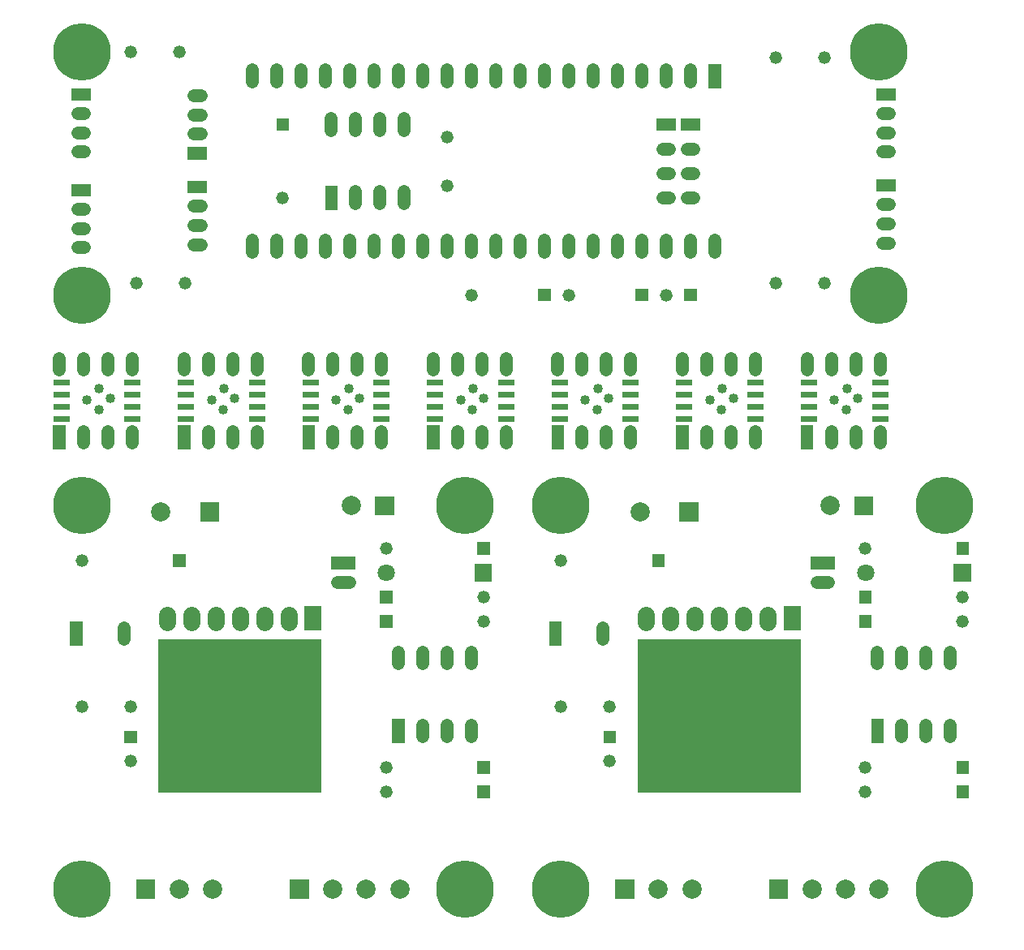
<source format=gts>
%FSLAX24Y24*%
%MOIN*%
%ADD10C,0.0400*%
%ADD11C,0.0520*%
%ADD12C,0.0700*%
%ADD13C,0.0709*%
%ADD14C,0.0787*%
%ADD15C,0.2362*%
D10*
G01X2211Y22091D03*
X2722Y22570D03*
X3165Y22171D03*
X2693Y21685D03*
X7329Y22091D03*
X7840Y22570D03*
X8283Y22171D03*
X7811Y21685D03*
X12448Y22091D03*
X12958Y22570D03*
X13402Y22171D03*
X12929Y21685D03*
X17566Y22091D03*
X18076Y22570D03*
X18520Y22171D03*
X18047Y21685D03*
X22684Y22091D03*
X23194Y22570D03*
X23638Y22171D03*
X23165Y21685D03*
X27802Y22091D03*
X28312Y22570D03*
X28756Y22171D03*
X28283Y21685D03*
X32920Y22091D03*
X33430Y22570D03*
X33874Y22171D03*
X33402Y21685D03*
D11*
G01X3734Y12260D02*
X3734Y12740D01*
X2000Y9500D03*
X4000Y9500D03*
X14500Y7000D03*
X14500Y6000D03*
X15000Y11740D02*
X15000Y11260D01*
X18000Y8740D02*
X18000Y8260D01*
X18000Y11740D02*
X18000Y11260D01*
X16000Y11740D02*
X16000Y11260D01*
X17000Y11740D02*
X17000Y11260D01*
X16000Y8740D02*
X16000Y8260D01*
X17000Y8740D02*
X17000Y8260D01*
X18500Y14000D03*
X18500Y13000D03*
X2000Y15500D03*
X14500Y16000D03*
X4000Y7250D03*
X12510Y14606D02*
X12990Y14606D01*
X23419Y12260D02*
X23419Y12740D01*
X21685Y9500D03*
X23685Y9500D03*
X34185Y7000D03*
X34185Y6000D03*
X34685Y11740D02*
X34685Y11260D01*
X37685Y8740D02*
X37685Y8260D01*
X37685Y11740D02*
X37685Y11260D01*
X35685Y11740D02*
X35685Y11260D01*
X36685Y11740D02*
X36685Y11260D01*
X35685Y8740D02*
X35685Y8260D01*
X36685Y8740D02*
X36685Y8260D01*
X38185Y14000D03*
X38185Y13000D03*
X21685Y15500D03*
X34185Y16000D03*
X23685Y7250D03*
X32195Y14606D02*
X32675Y14606D01*
X22000Y35169D02*
X22000Y35649D01*
X14000Y35169D02*
X14000Y35649D01*
X20000Y28169D02*
X20000Y28649D01*
X13000Y28169D02*
X13000Y28649D01*
X11000Y28169D02*
X11000Y28649D01*
X27000Y35169D02*
X27000Y35649D01*
X22000Y28169D02*
X22000Y28649D01*
X21000Y28169D02*
X21000Y28649D01*
X23000Y28169D02*
X23000Y28649D01*
X16000Y28169D02*
X16000Y28649D01*
X25000Y35169D02*
X25000Y35649D01*
X18000Y28169D02*
X18000Y28649D01*
X26000Y35169D02*
X26000Y35649D01*
X12000Y28169D02*
X12000Y28649D01*
X23000Y35169D02*
X23000Y35649D01*
X15000Y28169D02*
X15000Y28649D01*
X20000Y35169D02*
X20000Y35649D01*
X16000Y35169D02*
X16000Y35649D01*
X17000Y35169D02*
X17000Y35649D01*
X25000Y28169D02*
X25000Y28649D01*
X21000Y35169D02*
X21000Y35649D01*
X28000Y28169D02*
X28000Y28649D01*
X19000Y28169D02*
X19000Y28649D01*
X12000Y35169D02*
X12000Y35649D01*
X9000Y28169D02*
X9000Y28649D01*
X17000Y28169D02*
X17000Y28649D01*
X24000Y35169D02*
X24000Y35649D01*
X15000Y35169D02*
X15000Y35649D01*
X26000Y28169D02*
X26000Y28649D01*
X14000Y28169D02*
X14000Y28649D01*
X11000Y35169D02*
X11000Y35649D01*
X18000Y35169D02*
X18000Y35649D01*
X19000Y35169D02*
X19000Y35649D01*
X9000Y35169D02*
X9000Y35649D01*
X24000Y28169D02*
X24000Y28649D01*
X13000Y35169D02*
X13000Y35649D01*
X27000Y28169D02*
X27000Y28649D01*
X10000Y28169D02*
X10000Y28649D01*
X10000Y35169D02*
X10000Y35649D01*
X2109Y33858D02*
X1829Y33858D01*
X2109Y33071D02*
X1829Y33071D01*
X2109Y32283D02*
X1829Y32283D01*
X2109Y29921D02*
X1829Y29921D01*
X2109Y29134D02*
X1829Y29134D01*
X2109Y28346D02*
X1829Y28346D01*
X35179Y33858D02*
X34899Y33858D01*
X35179Y33071D02*
X34899Y33071D01*
X35179Y32283D02*
X34899Y32283D01*
X35179Y30118D02*
X34899Y30118D01*
X35179Y29331D02*
X34899Y29331D01*
X35179Y28543D02*
X34899Y28543D01*
X27140Y31409D02*
X26860Y31409D01*
X27140Y32409D02*
X26860Y32409D01*
X27140Y30409D02*
X26860Y30409D01*
X26140Y31409D02*
X25860Y31409D01*
X26140Y32409D02*
X25860Y32409D01*
X26140Y30409D02*
X25860Y30409D01*
X26000Y26409D03*
X22000Y26409D03*
X18000Y26409D03*
X4250Y26909D03*
X6250Y26909D03*
X30500Y36159D03*
X32500Y36159D03*
X15250Y30649D02*
X15250Y30169D01*
X15250Y33649D02*
X15250Y33169D01*
X12250Y33649D02*
X12250Y33169D01*
X13250Y30649D02*
X13250Y30169D01*
X14250Y33649D02*
X14250Y33169D01*
X13250Y33649D02*
X13250Y33169D01*
X14250Y30649D02*
X14250Y30169D01*
X17000Y30909D03*
X17000Y32909D03*
X6610Y33016D02*
X6890Y33016D01*
X6610Y33803D02*
X6890Y33803D01*
X6610Y34591D02*
X6890Y34591D01*
X6890Y30053D02*
X6610Y30053D01*
X6890Y29266D02*
X6610Y29266D01*
X6890Y28478D02*
X6610Y28478D01*
X10250Y30409D03*
X4000Y36409D03*
X6000Y36409D03*
X32500Y26909D03*
X30500Y26909D03*
X4082Y20800D02*
X4082Y20320D01*
X3082Y20800D02*
X3082Y20320D01*
X2082Y20800D02*
X2082Y20320D01*
X2082Y23800D02*
X2082Y23320D01*
X4082Y23800D02*
X4082Y23320D01*
X1082Y23800D02*
X1082Y23320D01*
X3082Y23800D02*
X3082Y23320D01*
X9200Y20800D02*
X9200Y20320D01*
X8200Y20800D02*
X8200Y20320D01*
X7200Y20800D02*
X7200Y20320D01*
X7200Y23800D02*
X7200Y23320D01*
X9200Y23800D02*
X9200Y23320D01*
X6200Y23800D02*
X6200Y23320D01*
X8200Y23800D02*
X8200Y23320D01*
X14318Y20800D02*
X14318Y20320D01*
X13318Y20800D02*
X13318Y20320D01*
X12318Y20800D02*
X12318Y20320D01*
X12318Y23800D02*
X12318Y23320D01*
X14318Y23800D02*
X14318Y23320D01*
X11318Y23800D02*
X11318Y23320D01*
X13318Y23800D02*
X13318Y23320D01*
X19437Y20800D02*
X19437Y20320D01*
X18437Y20800D02*
X18437Y20320D01*
X17437Y20800D02*
X17437Y20320D01*
X17437Y23800D02*
X17437Y23320D01*
X19437Y23800D02*
X19437Y23320D01*
X16437Y23800D02*
X16437Y23320D01*
X18437Y23800D02*
X18437Y23320D01*
X24555Y20800D02*
X24555Y20320D01*
X23555Y20800D02*
X23555Y20320D01*
X22555Y20800D02*
X22555Y20320D01*
X22555Y23800D02*
X22555Y23320D01*
X24555Y23800D02*
X24555Y23320D01*
X21555Y23800D02*
X21555Y23320D01*
X23555Y23800D02*
X23555Y23320D01*
X29673Y20800D02*
X29673Y20320D01*
X28673Y20800D02*
X28673Y20320D01*
X27673Y20800D02*
X27673Y20320D01*
X27673Y23800D02*
X27673Y23320D01*
X29673Y23800D02*
X29673Y23320D01*
X26673Y23800D02*
X26673Y23320D01*
X28673Y23800D02*
X28673Y23320D01*
X34791Y20800D02*
X34791Y20320D01*
X33791Y20800D02*
X33791Y20320D01*
X32791Y20800D02*
X32791Y20320D01*
X32791Y23800D02*
X32791Y23320D01*
X34791Y23800D02*
X34791Y23320D01*
X31791Y23800D02*
X31791Y23320D01*
X33791Y23800D02*
X33791Y23320D01*
D12*
G01X8500Y12975D02*
X8500Y13275D01*
X5500Y12975D02*
X5500Y13275D01*
X9500Y12975D02*
X9500Y13275D01*
X7500Y12975D02*
X7500Y13275D01*
X6500Y12975D02*
X6500Y13275D01*
X10500Y12975D02*
X10500Y13275D01*
X28185Y12975D02*
X28185Y13275D01*
X25185Y12975D02*
X25185Y13275D01*
X29185Y12975D02*
X29185Y13275D01*
X27185Y12975D02*
X27185Y13275D01*
X26185Y12975D02*
X26185Y13275D01*
X30185Y12975D02*
X30185Y13275D01*
D13*
G01X14512Y15000D03*
X34198Y15000D03*
D14*
G01X5250Y17500D03*
X6000Y2000D03*
X7378Y2000D03*
X13689Y2000D03*
X12311Y2000D03*
X15067Y2000D03*
X13061Y17750D03*
X24935Y17500D03*
X25685Y2000D03*
X27063Y2000D03*
X33374Y2000D03*
X31996Y2000D03*
X34752Y2000D03*
X32746Y17750D03*
D15*
G01X2000Y2000D03*
X2000Y17750D03*
X17750Y17750D03*
X17750Y2000D03*
X21685Y2000D03*
X21685Y17750D03*
X37435Y17750D03*
X37435Y2000D03*
X2000Y26409D03*
X2000Y36409D03*
X34750Y26409D03*
X34750Y36409D03*
G36*
X6856Y17106D02*
X7643Y17106D01*
X7643Y17893D01*
X6856Y17893D01*
X6856Y17106D01*
G37*
G36*
X2026Y12000D02*
X2026Y13000D01*
X1506Y13000D01*
X1506Y12000D01*
X2026Y12000D01*
G37*
G36*
X5015Y2393D02*
X4228Y2393D01*
X4228Y1606D01*
X5015Y1606D01*
X5015Y2393D01*
G37*
G36*
X11150Y12625D02*
X11850Y12625D01*
X11850Y13625D01*
X11150Y13625D01*
X11150Y12625D01*
G37*
G36*
X5153Y5957D02*
X11846Y5957D01*
X11846Y8792D01*
X5153Y8792D01*
X5153Y5957D01*
G37*
G36*
X5153Y8728D02*
X11846Y8728D01*
X11846Y12271D01*
X5153Y12271D01*
X5153Y8728D01*
G37*
G36*
X11326Y2393D02*
X10539Y2393D01*
X10539Y1606D01*
X11326Y1606D01*
X11326Y2393D01*
G37*
G36*
X18240Y6740D02*
X18760Y6740D01*
X18760Y7260D01*
X18240Y7260D01*
X18240Y6740D01*
G37*
G36*
X18240Y5740D02*
X18760Y5740D01*
X18760Y6260D01*
X18240Y6260D01*
X18240Y5740D01*
G37*
G36*
X15260Y9000D02*
X14740Y9000D01*
X14740Y8000D01*
X15260Y8000D01*
X15260Y9000D01*
G37*
G36*
X14760Y14260D02*
X14240Y14260D01*
X14240Y13740D01*
X14760Y13740D01*
X14760Y14260D01*
G37*
G36*
X14760Y13260D02*
X14240Y13260D01*
X14240Y12740D01*
X14760Y12740D01*
X14760Y13260D01*
G37*
G36*
X5740Y15240D02*
X6260Y15240D01*
X6260Y15760D01*
X5740Y15760D01*
X5740Y15240D01*
G37*
G36*
X18240Y15740D02*
X18760Y15740D01*
X18760Y16260D01*
X18240Y16260D01*
X18240Y15740D01*
G37*
G36*
X18132Y14645D02*
X18841Y14645D01*
X18841Y15354D01*
X18132Y15354D01*
X18132Y14645D01*
G37*
G36*
X4260Y7990D02*
X4260Y8510D01*
X3740Y8510D01*
X3740Y7990D01*
X4260Y7990D01*
G37*
G36*
X14045Y17356D02*
X14832Y17356D01*
X14832Y18143D01*
X14045Y18143D01*
X14045Y17356D01*
G37*
G36*
X12250Y15654D02*
X12250Y15134D01*
X13250Y15134D01*
X13250Y15654D01*
X12250Y15654D01*
G37*
G36*
X26541Y17106D02*
X27328Y17106D01*
X27328Y17893D01*
X26541Y17893D01*
X26541Y17106D01*
G37*
G36*
X21711Y12000D02*
X21711Y13000D01*
X21191Y13000D01*
X21191Y12000D01*
X21711Y12000D01*
G37*
G36*
X24700Y2393D02*
X23913Y2393D01*
X23913Y1606D01*
X24700Y1606D01*
X24700Y2393D01*
G37*
G36*
X30835Y12625D02*
X31535Y12625D01*
X31535Y13625D01*
X30835Y13625D01*
X30835Y12625D01*
G37*
G36*
X24838Y5957D02*
X31531Y5957D01*
X31531Y8792D01*
X24838Y8792D01*
X24838Y5957D01*
G37*
G36*
X24838Y8728D02*
X31531Y8728D01*
X31531Y12271D01*
X24838Y12271D01*
X24838Y8728D01*
G37*
G36*
X31011Y2393D02*
X30224Y2393D01*
X30224Y1606D01*
X31011Y1606D01*
X31011Y2393D01*
G37*
G36*
X37925Y6740D02*
X38445Y6740D01*
X38445Y7260D01*
X37925Y7260D01*
X37925Y6740D01*
G37*
G36*
X37925Y5740D02*
X38445Y5740D01*
X38445Y6260D01*
X37925Y6260D01*
X37925Y5740D01*
G37*
G36*
X34945Y9000D02*
X34425Y9000D01*
X34425Y8000D01*
X34945Y8000D01*
X34945Y9000D01*
G37*
G36*
X34445Y14260D02*
X33925Y14260D01*
X33925Y13740D01*
X34445Y13740D01*
X34445Y14260D01*
G37*
G36*
X34445Y13260D02*
X33925Y13260D01*
X33925Y12740D01*
X34445Y12740D01*
X34445Y13260D01*
G37*
G36*
X25425Y15240D02*
X25945Y15240D01*
X25945Y15760D01*
X25425Y15760D01*
X25425Y15240D01*
G37*
G36*
X37925Y15740D02*
X38445Y15740D01*
X38445Y16260D01*
X37925Y16260D01*
X37925Y15740D01*
G37*
G36*
X37818Y14645D02*
X38527Y14645D01*
X38527Y15354D01*
X37818Y15354D01*
X37818Y14645D01*
G37*
G36*
X23945Y7990D02*
X23945Y8510D01*
X23425Y8510D01*
X23425Y7990D01*
X23945Y7990D01*
G37*
G36*
X33730Y17356D02*
X34517Y17356D01*
X34517Y18143D01*
X33730Y18143D01*
X33730Y17356D01*
G37*
G36*
X31935Y15654D02*
X31935Y15134D01*
X32935Y15134D01*
X32935Y15654D01*
X31935Y15654D01*
G37*
G36*
X27740Y34909D02*
X28260Y34909D01*
X28260Y35909D01*
X27740Y35909D01*
X27740Y34909D01*
G37*
G36*
X2369Y34386D02*
X2369Y34906D01*
X1569Y34906D01*
X1569Y34386D01*
X2369Y34386D01*
G37*
G36*
X2369Y30449D02*
X2369Y30969D01*
X1569Y30969D01*
X1569Y30449D01*
X2369Y30449D01*
G37*
G36*
X35439Y34386D02*
X35439Y34906D01*
X34639Y34906D01*
X34639Y34386D01*
X35439Y34386D01*
G37*
G36*
X35439Y30646D02*
X35439Y31166D01*
X34639Y31166D01*
X34639Y30646D01*
X35439Y30646D01*
G37*
G36*
X27400Y33149D02*
X27400Y33669D01*
X26600Y33669D01*
X26600Y33149D01*
X27400Y33149D01*
G37*
G36*
X26400Y33149D02*
X26400Y33669D01*
X25600Y33669D01*
X25600Y33149D01*
X26400Y33149D01*
G37*
G36*
X26740Y26149D02*
X27260Y26149D01*
X27260Y26669D01*
X26740Y26669D01*
X26740Y26149D01*
G37*
G36*
X24740Y26149D02*
X25260Y26149D01*
X25260Y26669D01*
X24740Y26669D01*
X24740Y26149D01*
G37*
G36*
X20740Y26149D02*
X21260Y26149D01*
X21260Y26669D01*
X20740Y26669D01*
X20740Y26149D01*
G37*
G36*
X12510Y30909D02*
X11990Y30909D01*
X11990Y29909D01*
X12510Y29909D01*
X12510Y30909D01*
G37*
G36*
X6350Y32488D02*
X6350Y31968D01*
X7150Y31968D01*
X7150Y32488D01*
X6350Y32488D01*
G37*
G36*
X7150Y30581D02*
X7150Y31101D01*
X6350Y31101D01*
X6350Y30581D01*
X7150Y30581D01*
G37*
G36*
X10510Y33149D02*
X10510Y33669D01*
X9990Y33669D01*
X9990Y33149D01*
X10510Y33149D01*
G37*
G36*
X3747Y22438D02*
X3747Y22182D01*
X4416Y22182D01*
X4416Y22438D01*
X3747Y22438D01*
G37*
G36*
X830Y22438D02*
X830Y22182D01*
X1499Y22182D01*
X1499Y22438D01*
X830Y22438D01*
G37*
G36*
X830Y21438D02*
X830Y21182D01*
X1499Y21182D01*
X1499Y21438D01*
X830Y21438D01*
G37*
G36*
X830Y21938D02*
X830Y21682D01*
X1499Y21682D01*
X1499Y21938D01*
X830Y21938D01*
G37*
G36*
X830Y22938D02*
X830Y22682D01*
X1499Y22682D01*
X1499Y22938D01*
X830Y22938D01*
G37*
G36*
X3747Y22938D02*
X3747Y22682D01*
X4416Y22682D01*
X4416Y22938D01*
X3747Y22938D01*
G37*
G36*
X3747Y21938D02*
X3747Y21682D01*
X4416Y21682D01*
X4416Y21938D01*
X3747Y21938D01*
G37*
G36*
X3747Y21438D02*
X3747Y21182D01*
X4416Y21182D01*
X4416Y21438D01*
X3747Y21438D01*
G37*
G36*
X1342Y21060D02*
X822Y21060D01*
X822Y20060D01*
X1342Y20060D01*
X1342Y21060D01*
G37*
G36*
X8865Y22438D02*
X8865Y22182D01*
X9534Y22182D01*
X9534Y22438D01*
X8865Y22438D01*
G37*
G36*
X5948Y22438D02*
X5948Y22182D01*
X6617Y22182D01*
X6617Y22438D01*
X5948Y22438D01*
G37*
G36*
X5948Y21438D02*
X5948Y21182D01*
X6617Y21182D01*
X6617Y21438D01*
X5948Y21438D01*
G37*
G36*
X5948Y21938D02*
X5948Y21682D01*
X6617Y21682D01*
X6617Y21938D01*
X5948Y21938D01*
G37*
G36*
X5948Y22938D02*
X5948Y22682D01*
X6617Y22682D01*
X6617Y22938D01*
X5948Y22938D01*
G37*
G36*
X8865Y22938D02*
X8865Y22682D01*
X9534Y22682D01*
X9534Y22938D01*
X8865Y22938D01*
G37*
G36*
X8865Y21938D02*
X8865Y21682D01*
X9534Y21682D01*
X9534Y21938D01*
X8865Y21938D01*
G37*
G36*
X8865Y21438D02*
X8865Y21182D01*
X9534Y21182D01*
X9534Y21438D01*
X8865Y21438D01*
G37*
G36*
X6460Y21060D02*
X5940Y21060D01*
X5940Y20060D01*
X6460Y20060D01*
X6460Y21060D01*
G37*
G36*
X13983Y22438D02*
X13983Y22182D01*
X14652Y22182D01*
X14652Y22438D01*
X13983Y22438D01*
G37*
G36*
X11066Y22438D02*
X11066Y22182D01*
X11735Y22182D01*
X11735Y22438D01*
X11066Y22438D01*
G37*
G36*
X11066Y21438D02*
X11066Y21182D01*
X11735Y21182D01*
X11735Y21438D01*
X11066Y21438D01*
G37*
G36*
X11066Y21938D02*
X11066Y21682D01*
X11735Y21682D01*
X11735Y21938D01*
X11066Y21938D01*
G37*
G36*
X11066Y22938D02*
X11066Y22682D01*
X11735Y22682D01*
X11735Y22938D01*
X11066Y22938D01*
G37*
G36*
X13983Y22938D02*
X13983Y22682D01*
X14652Y22682D01*
X14652Y22938D01*
X13983Y22938D01*
G37*
G36*
X13983Y21938D02*
X13983Y21682D01*
X14652Y21682D01*
X14652Y21938D01*
X13983Y21938D01*
G37*
G36*
X13983Y21438D02*
X13983Y21182D01*
X14652Y21182D01*
X14652Y21438D01*
X13983Y21438D01*
G37*
G36*
X11578Y21060D02*
X11058Y21060D01*
X11058Y20060D01*
X11578Y20060D01*
X11578Y21060D01*
G37*
G36*
X19101Y22438D02*
X19101Y22182D01*
X19770Y22182D01*
X19770Y22438D01*
X19101Y22438D01*
G37*
G36*
X16184Y22438D02*
X16184Y22182D01*
X16853Y22182D01*
X16853Y22438D01*
X16184Y22438D01*
G37*
G36*
X16184Y21438D02*
X16184Y21182D01*
X16853Y21182D01*
X16853Y21438D01*
X16184Y21438D01*
G37*
G36*
X16184Y21938D02*
X16184Y21682D01*
X16853Y21682D01*
X16853Y21938D01*
X16184Y21938D01*
G37*
G36*
X16184Y22938D02*
X16184Y22682D01*
X16853Y22682D01*
X16853Y22938D01*
X16184Y22938D01*
G37*
G36*
X19101Y22938D02*
X19101Y22682D01*
X19770Y22682D01*
X19770Y22938D01*
X19101Y22938D01*
G37*
G36*
X19101Y21938D02*
X19101Y21682D01*
X19770Y21682D01*
X19770Y21938D01*
X19101Y21938D01*
G37*
G36*
X19101Y21438D02*
X19101Y21182D01*
X19770Y21182D01*
X19770Y21438D01*
X19101Y21438D01*
G37*
G36*
X16697Y21060D02*
X16177Y21060D01*
X16177Y20060D01*
X16697Y20060D01*
X16697Y21060D01*
G37*
G36*
X24219Y22438D02*
X24219Y22182D01*
X24888Y22182D01*
X24888Y22438D01*
X24219Y22438D01*
G37*
G36*
X21302Y22438D02*
X21302Y22182D01*
X21971Y22182D01*
X21971Y22438D01*
X21302Y22438D01*
G37*
G36*
X21302Y21438D02*
X21302Y21182D01*
X21971Y21182D01*
X21971Y21438D01*
X21302Y21438D01*
G37*
G36*
X21302Y21938D02*
X21302Y21682D01*
X21971Y21682D01*
X21971Y21938D01*
X21302Y21938D01*
G37*
G36*
X21302Y22938D02*
X21302Y22682D01*
X21971Y22682D01*
X21971Y22938D01*
X21302Y22938D01*
G37*
G36*
X24219Y22938D02*
X24219Y22682D01*
X24888Y22682D01*
X24888Y22938D01*
X24219Y22938D01*
G37*
G36*
X24219Y21938D02*
X24219Y21682D01*
X24888Y21682D01*
X24888Y21938D01*
X24219Y21938D01*
G37*
G36*
X24219Y21438D02*
X24219Y21182D01*
X24888Y21182D01*
X24888Y21438D01*
X24219Y21438D01*
G37*
G36*
X21815Y21060D02*
X21295Y21060D01*
X21295Y20060D01*
X21815Y20060D01*
X21815Y21060D01*
G37*
G36*
X29338Y22438D02*
X29338Y22182D01*
X30007Y22182D01*
X30007Y22438D01*
X29338Y22438D01*
G37*
G36*
X26420Y22438D02*
X26420Y22182D01*
X27089Y22182D01*
X27089Y22438D01*
X26420Y22438D01*
G37*
G36*
X26420Y21438D02*
X26420Y21182D01*
X27089Y21182D01*
X27089Y21438D01*
X26420Y21438D01*
G37*
G36*
X26420Y21938D02*
X26420Y21682D01*
X27089Y21682D01*
X27089Y21938D01*
X26420Y21938D01*
G37*
G36*
X26420Y22938D02*
X26420Y22682D01*
X27089Y22682D01*
X27089Y22938D01*
X26420Y22938D01*
G37*
G36*
X29338Y22938D02*
X29338Y22682D01*
X30007Y22682D01*
X30007Y22938D01*
X29338Y22938D01*
G37*
G36*
X29338Y21938D02*
X29338Y21682D01*
X30007Y21682D01*
X30007Y21938D01*
X29338Y21938D01*
G37*
G36*
X29338Y21438D02*
X29338Y21182D01*
X30007Y21182D01*
X30007Y21438D01*
X29338Y21438D01*
G37*
G36*
X26933Y21060D02*
X26413Y21060D01*
X26413Y20060D01*
X26933Y20060D01*
X26933Y21060D01*
G37*
G36*
X34456Y22438D02*
X34456Y22182D01*
X35125Y22182D01*
X35125Y22438D01*
X34456Y22438D01*
G37*
G36*
X31538Y22438D02*
X31538Y22182D01*
X32207Y22182D01*
X32207Y22438D01*
X31538Y22438D01*
G37*
G36*
X31538Y21438D02*
X31538Y21182D01*
X32207Y21182D01*
X32207Y21438D01*
X31538Y21438D01*
G37*
G36*
X31538Y21938D02*
X31538Y21682D01*
X32207Y21682D01*
X32207Y21938D01*
X31538Y21938D01*
G37*
G36*
X31538Y22938D02*
X31538Y22682D01*
X32207Y22682D01*
X32207Y22938D01*
X31538Y22938D01*
G37*
G36*
X34456Y22938D02*
X34456Y22682D01*
X35125Y22682D01*
X35125Y22938D01*
X34456Y22938D01*
G37*
G36*
X34456Y21938D02*
X34456Y21682D01*
X35125Y21682D01*
X35125Y21938D01*
X34456Y21938D01*
G37*
G36*
X34456Y21438D02*
X34456Y21182D01*
X35125Y21182D01*
X35125Y21438D01*
X34456Y21438D01*
G37*
G36*
X32051Y21060D02*
X31531Y21060D01*
X31531Y20060D01*
X32051Y20060D01*
X32051Y21060D01*
G37*
M02*

</source>
